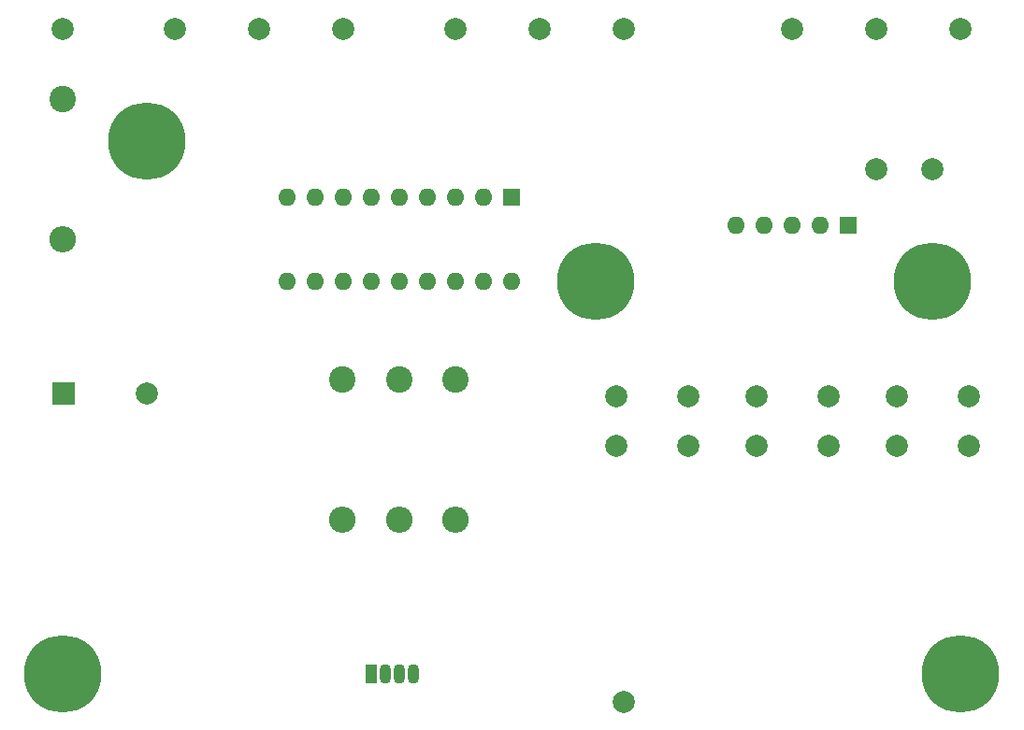
<source format=gts>
%TF.GenerationSoftware,KiCad,Pcbnew,8.0.4*%
%TF.CreationDate,2025-09-03T21:54:05+09:00*%
%TF.ProjectId,3LED-3SW-BZ,334c4544-2d33-4535-972d-425a2e6b6963,rev?*%
%TF.SameCoordinates,Original*%
%TF.FileFunction,Soldermask,Top*%
%TF.FilePolarity,Negative*%
%FSLAX46Y46*%
G04 Gerber Fmt 4.6, Leading zero omitted, Abs format (unit mm)*
G04 Created by KiCad (PCBNEW 8.0.4) date 2025-09-03 21:54:05*
%MOMM*%
%LPD*%
G01*
G04 APERTURE LIST*
%ADD10R,1.600000X1.600000*%
%ADD11O,1.600000X1.600000*%
%ADD12C,2.000000*%
%ADD13C,7.000000*%
%ADD14C,2.400000*%
%ADD15O,2.400000X2.400000*%
%ADD16R,2.000000X2.000000*%
%ADD17R,1.070000X1.800000*%
%ADD18O,1.070000X1.800000*%
G04 APERTURE END LIST*
D10*
%TO.C,U1*%
X142240000Y-81280000D03*
D11*
X139700000Y-81280000D03*
X137160000Y-81280000D03*
X134620000Y-81280000D03*
X132080000Y-81280000D03*
X129540000Y-81280000D03*
X127000000Y-81280000D03*
X124460000Y-81280000D03*
X121920000Y-81280000D03*
X121920000Y-88900000D03*
X124460000Y-88900000D03*
X127000000Y-88900000D03*
X129540000Y-88900000D03*
X132080000Y-88900000D03*
X134620000Y-88900000D03*
X137160000Y-88900000D03*
X139700000Y-88900000D03*
X142240000Y-88900000D03*
%TD*%
D12*
%TO.C,LED_G*%
X111760000Y-66040000D03*
%TD*%
%TO.C,SW1*%
X137160000Y-66040000D03*
%TD*%
%TO.C,SW1*%
X158190000Y-103850000D03*
X151690000Y-103850000D03*
X158190000Y-99350000D03*
X151690000Y-99350000D03*
%TD*%
D13*
%TO.C,REF\u002A\u002A*%
X101600000Y-124460000D03*
%TD*%
D12*
%TO.C,SW3*%
X183590000Y-103850000D03*
X177090000Y-103850000D03*
X183590000Y-99350000D03*
X177090000Y-99350000D03*
%TD*%
D10*
%TO.C,RN1*%
X172720000Y-83820000D03*
D11*
X170180000Y-83820000D03*
X167640000Y-83820000D03*
X165100000Y-83820000D03*
X162560000Y-83820000D03*
%TD*%
D12*
%TO.C,SW2*%
X170890000Y-103850000D03*
X164390000Y-103850000D03*
X170890000Y-99350000D03*
X164390000Y-99350000D03*
%TD*%
%TO.C,GND*%
X152400000Y-127000000D03*
%TD*%
%TO.C,5V*%
X180340000Y-78740000D03*
%TD*%
%TO.C,SW3*%
X152400000Y-66040000D03*
%TD*%
D13*
%TO.C,REF\u002A\u002A*%
X182880000Y-124460000D03*
%TD*%
D14*
%TO.C,R1*%
X137160000Y-97790000D03*
D15*
X137160000Y-110490000D03*
%TD*%
D12*
%TO.C,3.3V*%
X167640000Y-66040000D03*
%TD*%
D14*
%TO.C,R2*%
X132010000Y-97790000D03*
D15*
X132010000Y-110490000D03*
%TD*%
D12*
%TO.C,LED_R*%
X127000000Y-66040000D03*
%TD*%
%TO.C,TP4*%
X101600000Y-66040000D03*
%TD*%
%TO.C,LED_B*%
X119380000Y-66040000D03*
%TD*%
D14*
%TO.C,R3*%
X126860000Y-97790000D03*
D15*
X126860000Y-110490000D03*
%TD*%
D12*
%TO.C,3.3V*%
X175260000Y-78740000D03*
%TD*%
D13*
%TO.C,REF\u002A\u002A*%
X109220000Y-76200000D03*
%TD*%
D12*
%TO.C,5V*%
X175260000Y-66040000D03*
%TD*%
D13*
%TO.C,REF\u002A\u002A*%
X180340000Y-88900000D03*
%TD*%
D12*
%TO.C,SW2*%
X144780000Y-66040000D03*
%TD*%
D16*
%TO.C,BZ1*%
X101620000Y-99060000D03*
D12*
X109220000Y-99060000D03*
%TD*%
D13*
%TO.C,REF\u002A\u002A*%
X149860000Y-88900000D03*
%TD*%
D14*
%TO.C,R4*%
X101600000Y-72390000D03*
D15*
X101600000Y-85090000D03*
%TD*%
D12*
%TO.C,GND*%
X182880000Y-66040000D03*
%TD*%
D17*
%TO.C,D1*%
X129540000Y-124460000D03*
D18*
X130810000Y-124460000D03*
X132080000Y-124460000D03*
X133350000Y-124460000D03*
%TD*%
M02*

</source>
